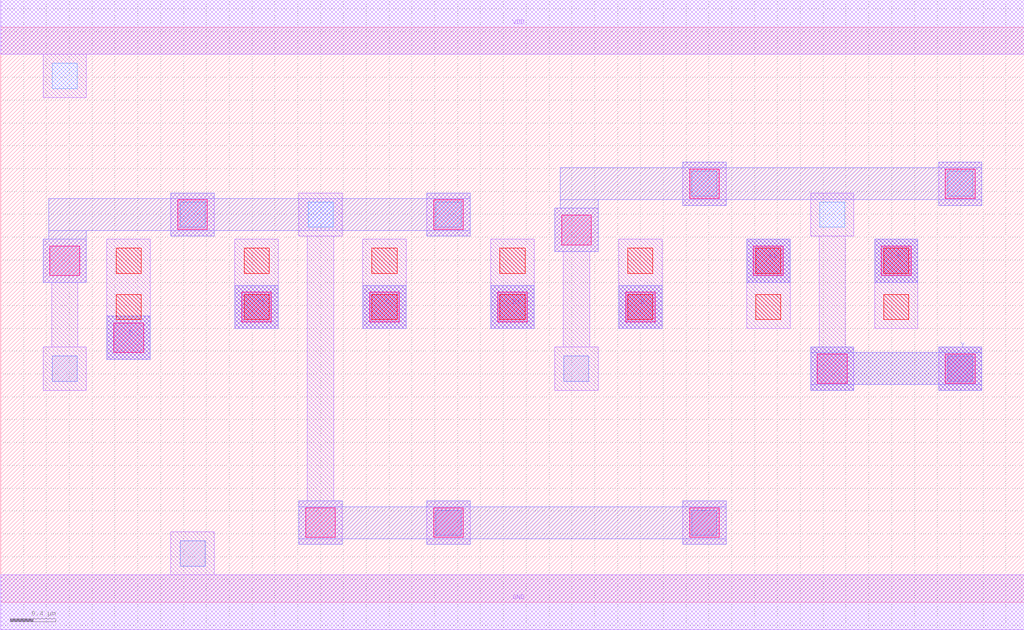
<source format=lef>
MACRO AOAOI2221
 CLASS CORE ;
 FOREIGN AOAOI2221 0 0 ;
 SIZE 8.96 BY 5.04 ;
 ORIGIN 0 0 ;
 SYMMETRY X Y R90 ;
 SITE unit ;
  PIN VDD
   DIRECTION INOUT ;
   USE POWER ;
   SHAPE ABUTMENT ;
    PORT
     CLASS CORE ;
       LAYER met1 ;
        RECT 0.00000000 4.80000000 8.96000000 5.28000000 ;
    END
  END VDD

  PIN GND
   DIRECTION INOUT ;
   USE POWER ;
   SHAPE ABUTMENT ;
    PORT
     CLASS CORE ;
       LAYER met1 ;
        RECT 0.00000000 -0.24000000 8.96000000 0.24000000 ;
    END
  END GND

  PIN Y
   DIRECTION INOUT ;
   USE SIGNAL ;
   SHAPE ABUTMENT ;
    PORT
     CLASS CORE ;
       LAYER met2 ;
        RECT 7.09000000 1.85700000 7.47000000 1.90700000 ;
        RECT 8.21000000 1.85700000 8.59000000 1.90700000 ;
        RECT 7.09000000 1.90700000 8.59000000 2.18700000 ;
        RECT 7.09000000 2.18700000 7.47000000 2.23700000 ;
        RECT 8.21000000 2.18700000 8.59000000 2.23700000 ;
    END
  END Y

  PIN C
   DIRECTION INOUT ;
   USE SIGNAL ;
   SHAPE ABUTMENT ;
    PORT
     CLASS CORE ;
       LAYER met2 ;
        RECT 3.17000000 2.39700000 3.55000000 2.77700000 ;
    END
  END C

  PIN C1
   DIRECTION INOUT ;
   USE SIGNAL ;
   SHAPE ABUTMENT ;
    PORT
     CLASS CORE ;
       LAYER met2 ;
        RECT 2.05000000 2.39700000 2.43000000 2.77700000 ;
    END
  END C1

  PIN D
   DIRECTION INOUT ;
   USE SIGNAL ;
   SHAPE ABUTMENT ;
    PORT
     CLASS CORE ;
       LAYER met2 ;
        RECT 0.93000000 2.12700000 1.31000000 2.50700000 ;
    END
  END D

  PIN B
   DIRECTION INOUT ;
   USE SIGNAL ;
   SHAPE ABUTMENT ;
    PORT
     CLASS CORE ;
       LAYER met2 ;
        RECT 5.41000000 2.39700000 5.79000000 2.77700000 ;
    END
  END B

  PIN B1
   DIRECTION INOUT ;
   USE SIGNAL ;
   SHAPE ABUTMENT ;
    PORT
     CLASS CORE ;
       LAYER met2 ;
        RECT 4.29000000 2.39700000 4.67000000 2.77700000 ;
    END
  END B1

  PIN A1
   DIRECTION INOUT ;
   USE SIGNAL ;
   SHAPE ABUTMENT ;
    PORT
     CLASS CORE ;
       LAYER met2 ;
        RECT 6.53000000 2.80200000 6.91000000 3.18200000 ;
    END
  END A1

  PIN A
   DIRECTION INOUT ;
   USE SIGNAL ;
   SHAPE ABUTMENT ;
    PORT
     CLASS CORE ;
       LAYER met2 ;
        RECT 7.65000000 2.80200000 8.03000000 3.18200000 ;
    END
  END A

 OBS
    LAYER polycont ;
     RECT 1.01000000 2.47700000 1.23000000 2.69700000 ;
     RECT 2.13000000 2.47700000 2.35000000 2.69700000 ;
     RECT 3.25000000 2.47700000 3.47000000 2.69700000 ;
     RECT 4.37000000 2.47700000 4.59000000 2.69700000 ;
     RECT 5.49000000 2.47700000 5.71000000 2.69700000 ;
     RECT 6.61000000 2.47700000 6.83000000 2.69700000 ;
     RECT 7.73000000 2.47700000 7.95000000 2.69700000 ;
     RECT 1.01000000 2.88200000 1.23000000 3.10200000 ;
     RECT 2.13000000 2.88200000 2.35000000 3.10200000 ;
     RECT 3.25000000 2.88200000 3.47000000 3.10200000 ;
     RECT 4.37000000 2.88200000 4.59000000 3.10200000 ;
     RECT 5.49000000 2.88200000 5.71000000 3.10200000 ;
     RECT 6.61000000 2.88200000 6.83000000 3.10200000 ;
     RECT 7.73000000 2.88200000 7.95000000 3.10200000 ;

    LAYER pdiffc ;
     RECT 1.57000000 3.28700000 1.79000000 3.50700000 ;
     RECT 2.69000000 3.28700000 2.91000000 3.50700000 ;
     RECT 3.81000000 3.28700000 4.03000000 3.50700000 ;
     RECT 7.17000000 3.28700000 7.39000000 3.50700000 ;
     RECT 6.05000000 3.55700000 6.27000000 3.77700000 ;
     RECT 8.29000000 3.55700000 8.51000000 3.77700000 ;
     RECT 0.45000000 4.50200000 0.67000000 4.72200000 ;

    LAYER ndiffc ;
     RECT 1.57000000 0.31700000 1.79000000 0.53700000 ;
     RECT 3.81000000 0.58700000 4.03000000 0.80700000 ;
     RECT 6.05000000 0.58700000 6.27000000 0.80700000 ;
     RECT 0.45000000 1.93700000 0.67000000 2.15700000 ;
     RECT 4.93000000 1.93700000 5.15000000 2.15700000 ;
     RECT 8.29000000 1.93700000 8.51000000 2.15700000 ;

    LAYER met1 ;
     RECT 0.00000000 -0.24000000 8.96000000 0.24000000 ;
     RECT 1.49000000 0.24000000 1.87000000 0.61700000 ;
     RECT 3.73000000 0.50700000 4.11000000 0.88700000 ;
     RECT 5.97000000 0.50700000 6.35000000 0.88700000 ;
     RECT 8.21000000 1.85700000 8.59000000 2.23700000 ;
     RECT 0.37000000 1.85700000 0.75000000 2.23700000 ;
     RECT 0.44500000 2.23700000 0.67500000 2.80200000 ;
     RECT 0.37000000 2.80200000 0.75000000 3.18200000 ;
     RECT 0.93000000 2.12700000 1.31000000 3.18200000 ;
     RECT 2.05000000 2.39700000 2.43000000 3.18200000 ;
     RECT 3.17000000 2.39700000 3.55000000 3.18200000 ;
     RECT 4.29000000 2.39700000 4.67000000 3.18200000 ;
     RECT 5.41000000 2.39700000 5.79000000 3.18200000 ;
     RECT 6.53000000 2.39700000 6.91000000 3.18200000 ;
     RECT 7.65000000 2.39700000 8.03000000 3.18200000 ;
     RECT 4.85000000 1.85700000 5.23000000 2.23700000 ;
     RECT 4.92500000 2.23700000 5.15500000 3.07200000 ;
     RECT 4.85000000 3.07200000 5.23000000 3.45200000 ;
     RECT 1.49000000 3.20700000 1.87000000 3.58700000 ;
     RECT 2.61000000 0.50700000 2.99000000 0.88700000 ;
     RECT 2.68500000 0.88700000 2.91500000 3.20700000 ;
     RECT 2.61000000 3.20700000 2.99000000 3.58700000 ;
     RECT 3.73000000 3.20700000 4.11000000 3.58700000 ;
     RECT 7.09000000 1.85700000 7.47000000 2.23700000 ;
     RECT 7.16500000 2.23700000 7.39500000 3.20700000 ;
     RECT 7.09000000 3.20700000 7.47000000 3.58700000 ;
     RECT 5.97000000 3.47700000 6.35000000 3.85700000 ;
     RECT 8.21000000 3.47700000 8.59000000 3.85700000 ;
     RECT 0.37000000 4.42200000 0.75000000 4.80000000 ;
     RECT 0.00000000 4.80000000 8.96000000 5.28000000 ;

    LAYER via1 ;
     RECT 2.67000000 0.56700000 2.93000000 0.82700000 ;
     RECT 3.79000000 0.56700000 4.05000000 0.82700000 ;
     RECT 6.03000000 0.56700000 6.29000000 0.82700000 ;
     RECT 7.15000000 1.91700000 7.41000000 2.17700000 ;
     RECT 8.27000000 1.91700000 8.53000000 2.17700000 ;
     RECT 0.99000000 2.18700000 1.25000000 2.44700000 ;
     RECT 2.11000000 2.45700000 2.37000000 2.71700000 ;
     RECT 3.23000000 2.45700000 3.49000000 2.71700000 ;
     RECT 4.35000000 2.45700000 4.61000000 2.71700000 ;
     RECT 5.47000000 2.45700000 5.73000000 2.71700000 ;
     RECT 0.43000000 2.86200000 0.69000000 3.12200000 ;
     RECT 6.59000000 2.86200000 6.85000000 3.12200000 ;
     RECT 7.71000000 2.86200000 7.97000000 3.12200000 ;
     RECT 4.91000000 3.13200000 5.17000000 3.39200000 ;
     RECT 1.55000000 3.26700000 1.81000000 3.52700000 ;
     RECT 3.79000000 3.26700000 4.05000000 3.52700000 ;
     RECT 6.03000000 3.53700000 6.29000000 3.79700000 ;
     RECT 8.27000000 3.53700000 8.53000000 3.79700000 ;

    LAYER met2 ;
     RECT 2.61000000 0.50700000 2.99000000 0.55700000 ;
     RECT 3.73000000 0.50700000 4.11000000 0.55700000 ;
     RECT 5.97000000 0.50700000 6.35000000 0.55700000 ;
     RECT 2.61000000 0.55700000 6.35000000 0.83700000 ;
     RECT 2.61000000 0.83700000 2.99000000 0.88700000 ;
     RECT 3.73000000 0.83700000 4.11000000 0.88700000 ;
     RECT 5.97000000 0.83700000 6.35000000 0.88700000 ;
     RECT 7.09000000 1.85700000 7.47000000 1.90700000 ;
     RECT 8.21000000 1.85700000 8.59000000 1.90700000 ;
     RECT 7.09000000 1.90700000 8.59000000 2.18700000 ;
     RECT 7.09000000 2.18700000 7.47000000 2.23700000 ;
     RECT 8.21000000 2.18700000 8.59000000 2.23700000 ;
     RECT 0.93000000 2.12700000 1.31000000 2.50700000 ;
     RECT 2.05000000 2.39700000 2.43000000 2.77700000 ;
     RECT 3.17000000 2.39700000 3.55000000 2.77700000 ;
     RECT 4.29000000 2.39700000 4.67000000 2.77700000 ;
     RECT 5.41000000 2.39700000 5.79000000 2.77700000 ;
     RECT 6.53000000 2.80200000 6.91000000 3.18200000 ;
     RECT 7.65000000 2.80200000 8.03000000 3.18200000 ;
     RECT 0.37000000 2.80200000 0.75000000 3.18200000 ;
     RECT 0.42000000 3.18200000 0.75000000 3.25700000 ;
     RECT 1.49000000 3.20700000 1.87000000 3.25700000 ;
     RECT 3.73000000 3.20700000 4.11000000 3.25700000 ;
     RECT 0.42000000 3.25700000 4.11000000 3.53700000 ;
     RECT 1.49000000 3.53700000 1.87000000 3.58700000 ;
     RECT 3.73000000 3.53700000 4.11000000 3.58700000 ;
     RECT 4.85000000 3.07200000 5.23000000 3.45200000 ;
     RECT 4.90000000 3.45200000 5.23000000 3.52700000 ;
     RECT 5.97000000 3.47700000 6.35000000 3.52700000 ;
     RECT 8.21000000 3.47700000 8.59000000 3.52700000 ;
     RECT 4.90000000 3.52700000 8.59000000 3.80700000 ;
     RECT 5.97000000 3.80700000 6.35000000 3.85700000 ;
     RECT 8.21000000 3.80700000 8.59000000 3.85700000 ;

 END
END AOAOI2221

</source>
